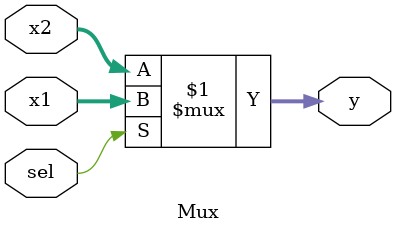
<source format=v>
`timescale 1ns / 1ps


module Mux(
    input [7:0] x1,
    input [7:0] x2, 
    input sel,
    output [7:0] y
    );
    
    assign y = sel ? x1 : x2;
endmodule

</source>
